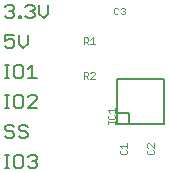
<source format=gtl>
G75*
%MOIN*%
%OFA0B0*%
%FSLAX25Y25*%
%IPPOS*%
%LPD*%
%AMOC8*
5,1,8,0,0,1.08239X$1,22.5*
%
%ADD10C,0.00200*%
%ADD11C,0.00500*%
D10*
X0056600Y0051416D02*
X0056600Y0053618D01*
X0057701Y0053618D01*
X0058068Y0053251D01*
X0058068Y0052517D01*
X0057701Y0052150D01*
X0056600Y0052150D01*
X0057334Y0052150D02*
X0058068Y0051416D01*
X0058810Y0051416D02*
X0060278Y0052884D01*
X0060278Y0053251D01*
X0059911Y0053618D01*
X0059177Y0053618D01*
X0058810Y0053251D01*
X0058810Y0051416D02*
X0060278Y0051416D01*
X0066900Y0041567D02*
X0066900Y0040099D01*
X0066900Y0040833D02*
X0064698Y0040833D01*
X0065432Y0040099D01*
X0065065Y0039357D02*
X0064698Y0038990D01*
X0064698Y0038256D01*
X0065065Y0037889D01*
X0066533Y0037889D01*
X0066900Y0038256D01*
X0066900Y0038990D01*
X0066533Y0039357D01*
X0066900Y0037150D02*
X0066900Y0036416D01*
X0066900Y0036783D02*
X0064698Y0036783D01*
X0064698Y0036416D02*
X0064698Y0037150D01*
X0068657Y0029089D02*
X0070859Y0029089D01*
X0070859Y0028356D02*
X0070859Y0029823D01*
X0069391Y0028356D02*
X0068657Y0029089D01*
X0069024Y0027614D02*
X0068657Y0027247D01*
X0068657Y0026513D01*
X0069024Y0026146D01*
X0070492Y0026146D01*
X0070859Y0026513D01*
X0070859Y0027247D01*
X0070492Y0027614D01*
X0077657Y0027247D02*
X0077657Y0026513D01*
X0078024Y0026146D01*
X0079492Y0026146D01*
X0079859Y0026513D01*
X0079859Y0027247D01*
X0079492Y0027614D01*
X0079859Y0028356D02*
X0078391Y0029823D01*
X0078024Y0029823D01*
X0077657Y0029456D01*
X0077657Y0028723D01*
X0078024Y0028356D01*
X0078024Y0027614D02*
X0077657Y0027247D01*
X0079859Y0028356D02*
X0079859Y0029823D01*
X0060278Y0062916D02*
X0058810Y0062916D01*
X0059544Y0062916D02*
X0059544Y0065118D01*
X0058810Y0064384D01*
X0058068Y0064751D02*
X0058068Y0064017D01*
X0057701Y0063650D01*
X0056600Y0063650D01*
X0057334Y0063650D02*
X0058068Y0062916D01*
X0056600Y0062916D02*
X0056600Y0065118D01*
X0057701Y0065118D01*
X0058068Y0064751D01*
X0066663Y0073228D02*
X0067030Y0072861D01*
X0067764Y0072861D01*
X0068131Y0073228D01*
X0068873Y0073228D02*
X0069240Y0072861D01*
X0069974Y0072861D01*
X0070341Y0073228D01*
X0070341Y0073595D01*
X0069974Y0073962D01*
X0069607Y0073962D01*
X0069974Y0073962D02*
X0070341Y0074329D01*
X0070341Y0074696D01*
X0069974Y0075063D01*
X0069240Y0075063D01*
X0068873Y0074696D01*
X0068131Y0074696D02*
X0067764Y0075063D01*
X0067030Y0075063D01*
X0066663Y0074696D01*
X0066663Y0073228D01*
D11*
X0031751Y0021566D02*
X0030250Y0021566D01*
X0031001Y0021566D02*
X0031001Y0026070D01*
X0031751Y0026070D02*
X0030250Y0026070D01*
X0033319Y0025319D02*
X0033319Y0022316D01*
X0034070Y0021566D01*
X0035571Y0021566D01*
X0036322Y0022316D01*
X0036322Y0025319D01*
X0035571Y0026070D01*
X0034070Y0026070D01*
X0033319Y0025319D01*
X0037923Y0025319D02*
X0038674Y0026070D01*
X0040175Y0026070D01*
X0040926Y0025319D01*
X0040926Y0024568D01*
X0040175Y0023818D01*
X0040926Y0023067D01*
X0040926Y0022316D01*
X0040175Y0021566D01*
X0038674Y0021566D01*
X0037923Y0022316D01*
X0039424Y0023818D02*
X0040175Y0023818D01*
X0037106Y0031566D02*
X0035605Y0031566D01*
X0034854Y0032316D01*
X0033253Y0032316D02*
X0033253Y0033067D01*
X0032502Y0033818D01*
X0031001Y0033818D01*
X0030250Y0034568D01*
X0030250Y0035319D01*
X0031001Y0036070D01*
X0032502Y0036070D01*
X0033253Y0035319D01*
X0034854Y0035319D02*
X0034854Y0034568D01*
X0035605Y0033818D01*
X0037106Y0033818D01*
X0037856Y0033067D01*
X0037856Y0032316D01*
X0037106Y0031566D01*
X0037856Y0035319D02*
X0037106Y0036070D01*
X0035605Y0036070D01*
X0034854Y0035319D01*
X0033253Y0032316D02*
X0032502Y0031566D01*
X0031001Y0031566D01*
X0030250Y0032316D01*
X0030250Y0041566D02*
X0031751Y0041566D01*
X0031001Y0041566D02*
X0031001Y0046070D01*
X0031751Y0046070D02*
X0030250Y0046070D01*
X0033319Y0045319D02*
X0033319Y0042316D01*
X0034070Y0041566D01*
X0035571Y0041566D01*
X0036322Y0042316D01*
X0036322Y0045319D01*
X0035571Y0046070D01*
X0034070Y0046070D01*
X0033319Y0045319D01*
X0037923Y0045319D02*
X0038674Y0046070D01*
X0040175Y0046070D01*
X0040926Y0045319D01*
X0040926Y0044568D01*
X0037923Y0041566D01*
X0040926Y0041566D01*
X0040926Y0051566D02*
X0037923Y0051566D01*
X0039424Y0051566D02*
X0039424Y0056070D01*
X0037923Y0054568D01*
X0036322Y0055319D02*
X0035571Y0056070D01*
X0034070Y0056070D01*
X0033319Y0055319D01*
X0033319Y0052316D01*
X0034070Y0051566D01*
X0035571Y0051566D01*
X0036322Y0052316D01*
X0036322Y0055319D01*
X0031751Y0056070D02*
X0030250Y0056070D01*
X0031001Y0056070D02*
X0031001Y0051566D01*
X0031751Y0051566D02*
X0030250Y0051566D01*
X0031001Y0061566D02*
X0030250Y0062316D01*
X0031001Y0061566D02*
X0032502Y0061566D01*
X0033253Y0062316D01*
X0033253Y0063818D01*
X0032502Y0064568D01*
X0031751Y0064568D01*
X0030250Y0063818D01*
X0030250Y0066070D01*
X0033253Y0066070D01*
X0034854Y0066070D02*
X0034854Y0063067D01*
X0036355Y0061566D01*
X0037856Y0063067D01*
X0037856Y0066070D01*
X0037907Y0071566D02*
X0037156Y0072316D01*
X0037907Y0071566D02*
X0039408Y0071566D01*
X0040158Y0072316D01*
X0040158Y0073067D01*
X0039408Y0073818D01*
X0038657Y0073818D01*
X0039408Y0073818D02*
X0040158Y0074568D01*
X0040158Y0075319D01*
X0039408Y0076070D01*
X0037907Y0076070D01*
X0037156Y0075319D01*
X0035605Y0072316D02*
X0034854Y0072316D01*
X0034854Y0071566D01*
X0035605Y0071566D01*
X0035605Y0072316D01*
X0033253Y0072316D02*
X0032502Y0071566D01*
X0031001Y0071566D01*
X0030250Y0072316D01*
X0031751Y0073818D02*
X0032502Y0073818D01*
X0033253Y0073067D01*
X0033253Y0072316D01*
X0032502Y0073818D02*
X0033253Y0074568D01*
X0033253Y0075319D01*
X0032502Y0076070D01*
X0031001Y0076070D01*
X0030250Y0075319D01*
X0041760Y0076070D02*
X0041760Y0073067D01*
X0043261Y0071566D01*
X0044762Y0073067D01*
X0044762Y0076070D01*
X0067626Y0051296D02*
X0067626Y0039879D01*
X0071563Y0039879D01*
X0071563Y0036335D01*
X0083374Y0036335D01*
X0083374Y0051296D01*
X0067626Y0051296D01*
X0067626Y0039879D02*
X0067626Y0036335D01*
X0071563Y0036335D01*
M02*

</source>
